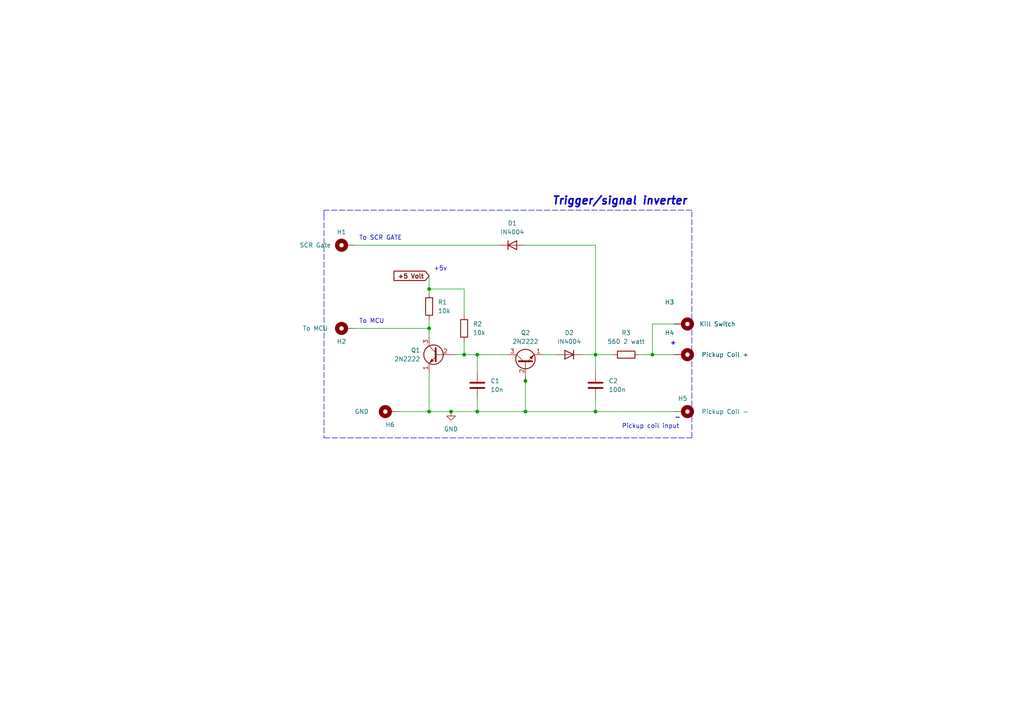
<source format=kicad_sch>
(kicad_sch (version 20211123) (generator eeschema)
  (paper "A4")
  (lib_symbols
    (symbol "Device:C" (pin_numbers hide) (pin_names (offset 0.254))
      (property "Reference" "C" (at 0.635 2.54 0))
      (property "Value" "C" (at 0.635 -2.54 0))
      (symbol "C_0_1"
        (polyline (pts (xy -2.032 -0.762) (xy 2.032 -0.762)) (stroke (width 0.508)))
        (polyline (pts (xy -2.032 0.762) (xy 2.032 0.762)) (stroke (width 0.508)))
      )
      (symbol "C_1_1"
        (pin passive line (at 0 3.81 270) (length 2.794) (name "~") (number "1"))
        (pin passive line (at 0 -3.81 90) (length 2.794) (name "~") (number "2"))
      )
    )
    (symbol "Device:D" (pin_numbers hide) (pin_names (offset 1.016) hide)
      (property "Reference" "D" (at 0 2.54 0))
      (property "Value" "D" (at 0 -2.54 0))
      (symbol "D_0_1"
        (polyline (pts (xy -1.27 1.27) (xy -1.27 -1.27)) (stroke (width 0.254)))
        (polyline (pts (xy 1.27 0) (xy -1.27 0)))
        (polyline (pts (xy 1.27 1.27) (xy 1.27 -1.27) (xy -1.27 0) (xy 1.27 1.27)) (stroke (width 0.254)))
      )
      (symbol "D_1_1"
        (pin passive line (at -3.81 0 0) (length 2.54) (name "K") (number "1"))
        (pin passive line (at 3.81 0 180) (length 2.54) (name "A") (number "2"))
      )
    )
    (symbol "Device:R" (pin_numbers hide) (pin_names (offset 0))
      (property "Reference" "R" (at 2.032 0 90))
      (property "Value" "R" (at 0 0 90))
      (symbol "R_0_1"
        (rectangle (start -1.016 -2.54) (end 1.016 2.54) (stroke (width 0.254)))
      )
      (symbol "R_1_1"
        (pin passive line (at 0 3.81 270) (length 1.27) (name "~") (number "1"))
        (pin passive line (at 0 -3.81 90) (length 1.27) (name "~") (number "2"))
      )
    )
    (symbol "Mechanical:MountingHole_Pad" (pin_numbers hide) (pin_names (offset 1.016) hide)
      (property "Reference" "H" (at 0 6.35 0))
      (property "Value" "MountingHole_Pad" (at 0 4.445 0))
      (symbol "MountingHole_Pad_0_1"
        (circle (center 0 1.27) (radius 1.27) (stroke (width 1.27)))
      )
      (symbol "MountingHole_Pad_1_1"
        (pin input line (at 0 -2.54 90) (length 2.54) (name "1") (number "1"))
      )
    )
    (symbol "Transistor_BJT:2N3904" (pin_names (offset 0) hide)
      (property "Reference" "Q" (at 5.08 1.905 0))
      (property "Value" "2N3904" (at 5.08 0 0))
      (symbol "2N3904_0_1"
        (polyline (pts (xy 0.635 0.635) (xy 2.54 2.54)))
        (polyline (pts (xy 0.635 -0.635) (xy 2.54 -2.54) (xy 2.54 -2.54)))
        (polyline (pts (xy 0.635 1.905) (xy 0.635 -1.905) (xy 0.635 -1.905)) (stroke (width 0.508)))
        (polyline (pts (xy 1.27 -1.778) (xy 1.778 -1.27) (xy 2.286 -2.286) (xy 1.27 -1.778) (xy 1.27 -1.778)) (fill (type outline)))
        (circle (center 1.27 0) (radius 2.8194) (stroke (width 0.254)))
      )
      (symbol "2N3904_1_1"
        (pin passive line (at 2.54 -5.08 90) (length 2.54) (name "E") (number "1"))
        (pin passive line (at -5.08 0 0) (length 5.715) (name "B") (number "2"))
        (pin passive line (at 2.54 5.08 270) (length 2.54) (name "C") (number "3"))
      )
    )
    (symbol "power:GND" (power) (pin_names (offset 0))
      (property "Value" "GND" (at 0 -3.81 0))
      (symbol "GND_0_1"
        (polyline (pts (xy 0 0) (xy 0 -1.27) (xy 1.27 -1.27) (xy 0 -2.54) (xy -1.27 -1.27) (xy 0 -1.27)))
      )
      (symbol "GND_1_1"
        (pin power_in line (at 0 0 270) (length 0) hide (name "GND") (number "1"))
      )
    )
  )
  (junction (at 172.72 102.87))
  (junction (at 152.4 110.49))
  (junction (at 152.4 119.38))
  (junction (at 138.43 102.87))
  (junction (at 124.46 95.25))
  (junction (at 189.23 102.87))
  (junction (at 130.81 119.38))
  (junction (at 124.46 83.82))
  (junction (at 138.43 119.38))
  (junction (at 134.62 102.87))
  (junction (at 172.72 119.38))
  (junction (at 124.46 119.38))
  (wire (pts (xy 172.72 102.87) (xy 172.72 107.95)))
  (wire (pts (xy 157.48 102.87) (xy 161.29 102.87)))
  (wire (pts (xy 138.43 102.87) (xy 147.32 102.87)))
  (polyline (pts (xy 200.66 60.96) (xy 93.98 60.96)))
  (wire (pts (xy 124.46 107.95) (xy 124.46 119.38)))
  (wire (pts (xy 115.57 119.38) (xy 124.46 119.38)))
  (wire (pts (xy 138.43 102.87) (xy 138.43 107.95)))
  (polyline (pts (xy 93.98 127) (xy 200.66 127)))
  (wire (pts (xy 124.46 119.38) (xy 130.81 119.38)))
  (wire (pts (xy 134.62 102.87) (xy 138.43 102.87)))
  (polyline (pts (xy 93.98 60.96) (xy 93.98 62.23)))
  (wire (pts (xy 172.72 71.12) (xy 172.72 102.87)))
  (polyline (pts (xy 93.98 62.23) (xy 93.98 127)))
  (wire (pts (xy 152.4 71.12) (xy 172.72 71.12)))
  (wire (pts (xy 134.62 83.82) (xy 134.62 91.44)))
  (wire (pts (xy 124.46 83.82) (xy 124.46 85.09)))
  (wire (pts (xy 152.4 119.38) (xy 172.72 119.38)))
  (wire (pts (xy 152.4 110.49) (xy 152.4 119.38)))
  (wire (pts (xy 124.46 95.25) (xy 124.46 97.79)))
  (wire (pts (xy 102.87 71.12) (xy 144.78 71.12)))
  (wire (pts (xy 168.91 102.87) (xy 172.72 102.87)))
  (wire (pts (xy 130.81 119.38) (xy 138.43 119.38)))
  (wire (pts (xy 138.43 119.38) (xy 152.4 119.38)))
  (wire (pts (xy 124.46 92.71) (xy 124.46 95.25)))
  (wire (pts (xy 172.72 115.57) (xy 172.72 119.38)))
  (wire (pts (xy 195.58 93.98) (xy 189.23 93.98)))
  (wire (pts (xy 152.4 109.22) (xy 152.4 110.49)))
  (wire (pts (xy 138.43 115.57) (xy 138.43 119.38)))
  (wire (pts (xy 172.72 119.38) (xy 195.58 119.38)))
  (wire (pts (xy 189.23 102.87) (xy 195.58 102.87)))
  (wire (pts (xy 124.46 83.82) (xy 134.62 83.82)))
  (wire (pts (xy 189.23 93.98) (xy 189.23 102.87)))
  (wire (pts (xy 124.46 80.01) (xy 124.46 83.82)))
  (wire (pts (xy 172.72 102.87) (xy 177.8 102.87)))
  (polyline (pts (xy 200.66 127) (xy 200.66 60.96)))
  (wire (pts (xy 102.87 95.25) (xy 124.46 95.25)))
  (wire (pts (xy 185.42 102.87) (xy 189.23 102.87)))
  (wire (pts (xy 132.08 102.87) (xy 134.62 102.87)))
  (wire (pts (xy 134.62 99.06) (xy 134.62 102.87)))
  (text "+" (at 194.31 100.33 0) (effects (font (size 1.27 1.27) (thickness 0.254) bold) (justify left bottom)))
  (text "Pickup coil input\n" (at 180.34 124.46 0) (effects (font (size 1.27 1.27)) (justify left bottom)))
  (text "Trigger/signal inverter" (at 160.02 59.69 0) (effects (font (size 2.27 2.27) (thickness 0.454) bold italic) (justify left bottom)))
  (text "-\n" (at 195.58 121.92 0) (effects (font (size 1.27 1.27) (thickness 0.254) bold) (justify left bottom)))
  (text "+5v" (at 125.73 78.74 0) (effects (font (size 1.27 1.27)) (justify left bottom)))
  (text "To SCR GATE\n" (at 104.14 69.85 0) (effects (font (size 1.27 1.27)) (justify left bottom)))
  (text "To MCU" (at 104.14 93.98 0) (effects (font (size 1.27 1.27)) (justify left bottom)))
  (global_label "+5 Volt" (shape input) (at 124.46 80.01 180) (effects (font bold)) (property "Intersheet References" "${INTERSHEET_REFS}" (effects hide)))
  (symbol (lib_id "Device:R") (at 181.61 102.87 270) (unit 1)
    (property "Reference" "R3" (at 181.61 96.52 90))
    (property "Value" "560 2 watt" (at 181.61 99.06 90))
    (property "Footprint" "Resistor_THT:R_Axial_DIN0516_L15.5mm_D5.0mm_P20.32mm_Horizontal" (effects hide))
  )
  (symbol (lib_id "Device:R") (at 124.46 88.9 0) (unit 1)
    (property "Reference" "R1" (at 127 87.6299 0) (effects (justify left)))
    (property "Value" "10k" (at 127 90.1699 0) (effects (justify left)))
    (property "Footprint" "Resistor_THT:R_Axial_DIN0207_L6.3mm_D2.5mm_P7.62mm_Horizontal" (effects hide))
  )
  (symbol (lib_id "Mechanical:MountingHole_Pad") (at 100.33 71.12 90) (unit 1)
    (property "Reference" "H1" (at 99.06 67.31 90))
    (property "Value" "SCR Gate" (at 91.44 71.12 90))
    (property "Footprint" "MountingHole:MountingHole_2.2mm_M2_Pad_TopBottom" (effects hide))
  )
  (symbol (lib_id "Device:D") (at 148.59 71.12 0) (unit 1)
    (property "Reference" "D1" (at 148.59 64.77 0))
    (property "Value" "IN4004" (at 148.59 67.31 0))
    (property "Footprint" "Diode_THT:D_DO-41_SOD81_P10.16mm_Horizontal" (effects hide))
  )
  (symbol (lib_id "Mechanical:MountingHole_Pad") (at 113.03 119.38 90) (unit 1)
    (property "Reference" "H6" (at 111.76 123.19 90) (effects (justify right)))
    (property "Value" "GND" (at 102.87 119.38 90) (effects (justify right)))
    (property "Footprint" "MountingHole:MountingHole_2.2mm_M2_Pad_TopBottom" (effects hide))
  )
  (symbol (lib_id "Mechanical:MountingHole_Pad") (at 198.12 102.87 270) (unit 1)
    (property "Reference" "H4" (at 195.58 96.52 90) (effects (justify right)))
    (property "Value" "Pickup Coil +" (at 217.17 102.87 90) (effects (justify right)))
    (property "Footprint" "MountingHole:MountingHole_2.2mm_M2_Pad_TopBottom" (effects hide))
  )
  (symbol (lib_id "Mechanical:MountingHole_Pad") (at 198.12 119.38 270) (unit 1)
    (property "Reference" "H5" (at 199.39 115.57 90) (effects (justify right)))
    (property "Value" "Pickup Coil -" (at 217.17 119.38 90) (effects (justify right)))
    (property "Footprint" "MountingHole:MountingHole_2.2mm_M2_Pad_TopBottom" (effects hide))
  )
  (symbol (lib_id "Transistor_BJT:2N3904") (at 127 102.87 0) (mirror y) (unit 1)
    (property "Reference" "Q1" (at 121.92 101.5999 0) (effects (justify left)))
    (property "Value" "2N2222" (at 121.92 104.1399 0) (effects (justify left)))
    (property "Footprint" "Package_TO_SOT_THT:TO-92_Inline" (effects hide))
    (property "Datasheet" "https://www.onsemi.com/pub/Collateral/2N3903-D.PDF" (effects hide))
  )
  (symbol (lib_id "Mechanical:MountingHole_Pad") (at 100.33 95.25 90) (unit 1)
    (property "Reference" "H2" (at 99.06 99.06 90))
    (property "Value" "To MCU" (at 91.44 95.25 90))
    (property "Footprint" "MountingHole:MountingHole_2.2mm_M2_Pad_TopBottom" (effects hide))
  )
  (symbol (lib_id "Device:C") (at 172.72 111.76 0) (unit 1)
    (property "Reference" "C2" (at 176.53 110.4899 0) (effects (justify left)))
    (property "Value" "100n" (at 176.53 113.0299 0) (effects (justify left)))
    (property "Footprint" "Capacitor_THT:C_Disc_D6.0mm_W2.5mm_P5.00mm" (effects hide))
  )
  (symbol (lib_id "power:GND") (at 130.81 119.38 0) (unit 1)
    (property "Reference" "#PWR01" (effects hide))
    (property "Value" "GND" (at 130.81 124.46 0))
  )
  (symbol (lib_id "Mechanical:MountingHole_Pad") (at 198.12 93.98 270) (unit 1)
    (property "Reference" "H3" (at 195.58 87.63 90) (effects (justify right)))
    (property "Value" "Kill Switch" (at 213.36 93.98 90) (effects (justify right)))
    (property "Footprint" "MountingHole:MountingHole_2.2mm_M2_Pad_TopBottom" (effects hide))
  )
  (symbol (lib_id "Device:C") (at 138.43 111.76 0) (unit 1)
    (property "Reference" "C1" (at 142.24 110.4899 0) (effects (justify left)))
    (property "Value" "10n" (at 142.24 113.0299 0) (effects (justify left)))
    (property "Footprint" "Capacitor_THT:C_Disc_D6.0mm_W2.5mm_P5.00mm" (effects hide))
  )
  (symbol (lib_id "Device:D") (at 165.1 102.87 180) (unit 1)
    (property "Reference" "D2" (at 165.1 96.52 0))
    (property "Value" "IN4004" (at 165.1 99.06 0))
    (property "Footprint" "Diode_THT:D_DO-41_SOD81_P10.16mm_Horizontal" (effects hide))
  )
  (symbol (lib_id "Device:R") (at 134.62 95.25 0) (unit 1)
    (property "Reference" "R2" (at 137.16 93.9799 0) (effects (justify left)))
    (property "Value" "10k" (at 137.16 96.5199 0) (effects (justify left)))
    (property "Footprint" "Resistor_THT:R_Axial_DIN0207_L6.3mm_D2.5mm_P7.62mm_Horizontal" (effects hide))
  )
  (symbol (lib_id "Transistor_BJT:2N3904") (at 152.4 105.41 90) (unit 1)
    (property "Reference" "Q2" (at 152.4 96.52 90))
    (property "Value" "2N2222" (at 152.4 99.06 90))
    (property "Footprint" "Package_TO_SOT_THT:TO-92_Inline" (effects hide))
    (property "Datasheet" "https://www.onsemi.com/pub/Collateral/2N3903-D.PDF" (effects hide))
  )
)
</source>
